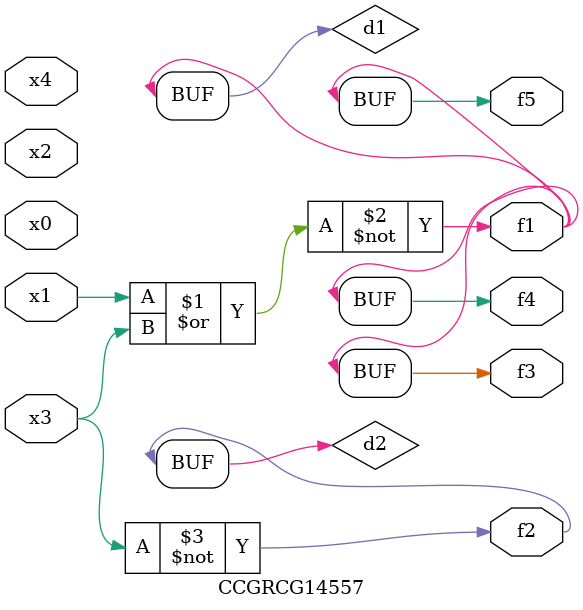
<source format=v>
module CCGRCG14557(
	input x0, x1, x2, x3, x4,
	output f1, f2, f3, f4, f5
);

	wire d1, d2;

	nor (d1, x1, x3);
	not (d2, x3);
	assign f1 = d1;
	assign f2 = d2;
	assign f3 = d1;
	assign f4 = d1;
	assign f5 = d1;
endmodule

</source>
